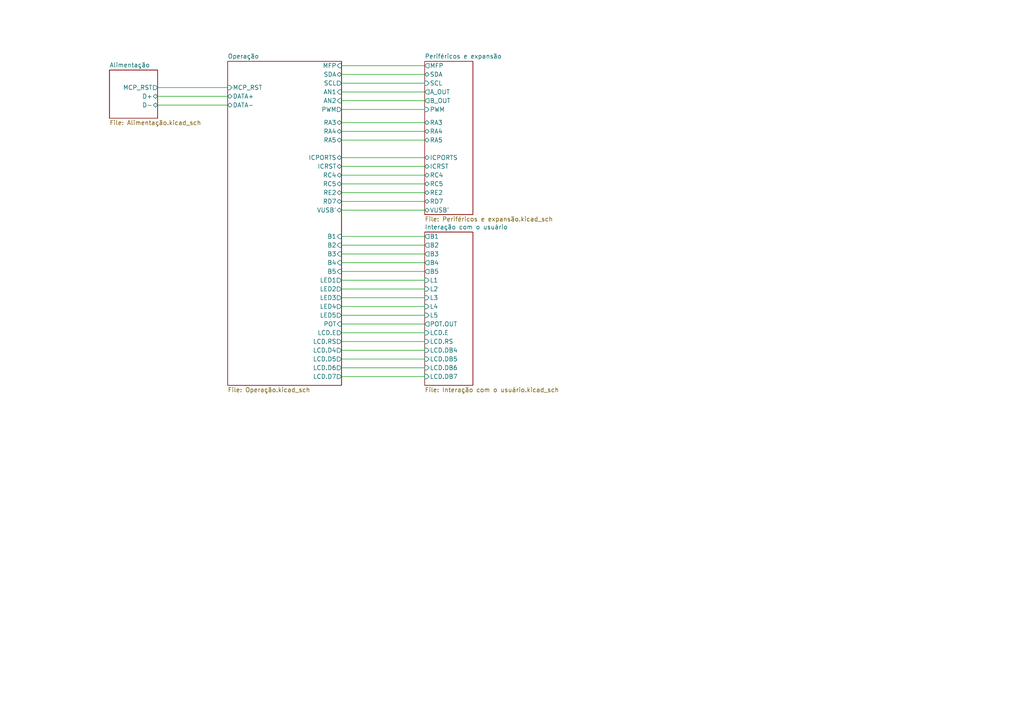
<source format=kicad_sch>
(kicad_sch (version 20211123) (generator eeschema)

  (uuid c3c499b1-9227-4e4b-9982-f9f1aa6203b9)

  (paper "A4")

  (lib_symbols
  )


  (wire (pts (xy 99.06 106.68) (xy 123.19 106.68))
    (stroke (width 0) (type default) (color 0 0 0 0))
    (uuid 04cf2f2c-74bf-400d-b4f6-201720df00ed)
  )
  (wire (pts (xy 66.04 27.94) (xy 45.72 27.94))
    (stroke (width 0) (type default) (color 0 0 0 0))
    (uuid 076046ab-4b56-4060-b8d9-0d80806d0277)
  )
  (wire (pts (xy 45.72 30.48) (xy 66.04 30.48))
    (stroke (width 0) (type default) (color 0 0 0 0))
    (uuid 1171ce37-6ad7-4662-bb68-5592c945ebf3)
  )
  (wire (pts (xy 123.19 40.64) (xy 99.06 40.64))
    (stroke (width 0) (type default) (color 0 0 0 0))
    (uuid 18c61c95-8af1-4986-b67e-c7af9c15ab6b)
  )
  (wire (pts (xy 123.19 109.22) (xy 99.06 109.22))
    (stroke (width 0) (type default) (color 0 0 0 0))
    (uuid 1bdd5841-68b7-42e2-9447-cbdb608d8a08)
  )
  (wire (pts (xy 123.19 55.88) (xy 99.06 55.88))
    (stroke (width 0) (type default) (color 0 0 0 0))
    (uuid 2035ea48-3ef5-4d7f-8c3c-50981b30c89a)
  )
  (wire (pts (xy 99.06 101.6) (xy 123.19 101.6))
    (stroke (width 0) (type default) (color 0 0 0 0))
    (uuid 2878a73c-5447-4cd9-8194-14f52ab9459c)
  )
  (wire (pts (xy 99.06 50.8) (xy 123.19 50.8))
    (stroke (width 0) (type default) (color 0 0 0 0))
    (uuid 2e90e294-82e1-45da-9bf1-b91dfe0dc8f6)
  )
  (wire (pts (xy 99.06 78.74) (xy 123.19 78.74))
    (stroke (width 0) (type default) (color 0 0 0 0))
    (uuid 3b686d17-1000-4762-ba31-589d599a3edf)
  )
  (wire (pts (xy 99.06 99.06) (xy 123.19 99.06))
    (stroke (width 0) (type default) (color 0 0 0 0))
    (uuid 44646447-0a8e-4aec-a74e-22bf765d0f33)
  )
  (wire (pts (xy 99.06 38.1) (xy 123.19 38.1))
    (stroke (width 0) (type default) (color 0 0 0 0))
    (uuid 4e27930e-1827-4788-aa6b-487321d46602)
  )
  (wire (pts (xy 123.19 88.9) (xy 99.06 88.9))
    (stroke (width 0) (type default) (color 0 0 0 0))
    (uuid 5701b80f-f006-4814-81c9-0c7f006088a9)
  )
  (wire (pts (xy 123.19 26.67) (xy 99.06 26.67))
    (stroke (width 0) (type default) (color 0 0 0 0))
    (uuid 593b8647-0095-46cc-ba23-3cf2a86edb5e)
  )
  (wire (pts (xy 99.06 29.21) (xy 123.19 29.21))
    (stroke (width 0) (type default) (color 0 0 0 0))
    (uuid 60aa0ce8-9d0e-48ca-bbf9-866403979e9b)
  )
  (wire (pts (xy 99.06 91.44) (xy 123.19 91.44))
    (stroke (width 0) (type default) (color 0 0 0 0))
    (uuid 63c56ea4-91a3-4172-b9de-a4388cc8f894)
  )
  (wire (pts (xy 99.06 83.82) (xy 123.19 83.82))
    (stroke (width 0) (type default) (color 0 0 0 0))
    (uuid 66bc2bca-dab7-4947-a0ff-403cdaf9fb89)
  )
  (wire (pts (xy 99.06 58.42) (xy 123.19 58.42))
    (stroke (width 0) (type default) (color 0 0 0 0))
    (uuid 7a2f50f6-0c99-4e8d-9c2a-8f2f961d2e6d)
  )
  (wire (pts (xy 123.19 21.59) (xy 99.06 21.59))
    (stroke (width 0) (type default) (color 0 0 0 0))
    (uuid 7a74c4b1-6243-4a12-85a2-bc41d346e7aa)
  )
  (wire (pts (xy 99.06 48.26) (xy 123.19 48.26))
    (stroke (width 0) (type default) (color 0 0 0 0))
    (uuid 7e1217ba-8a3d-4079-8d7b-b45f90cfbf53)
  )
  (wire (pts (xy 99.06 35.56) (xy 123.19 35.56))
    (stroke (width 0) (type default) (color 0 0 0 0))
    (uuid 8cd050d6-228c-4da0-9533-b4f8d14cfb34)
  )
  (wire (pts (xy 123.19 81.28) (xy 99.06 81.28))
    (stroke (width 0) (type default) (color 0 0 0 0))
    (uuid 9286cf02-1563-41d2-9931-c192c33bab31)
  )
  (wire (pts (xy 123.19 104.14) (xy 99.06 104.14))
    (stroke (width 0) (type default) (color 0 0 0 0))
    (uuid 955cc99e-a129-42cf-abc7-aa99813fdb5f)
  )
  (wire (pts (xy 99.06 68.58) (xy 123.19 68.58))
    (stroke (width 0) (type default) (color 0 0 0 0))
    (uuid 9565d2ee-a4f1-4d08-b2c9-0264233a0d2b)
  )
  (wire (pts (xy 99.06 86.36) (xy 123.19 86.36))
    (stroke (width 0) (type default) (color 0 0 0 0))
    (uuid 9b6bb172-1ac4-440a-ac75-c1917d9d59c7)
  )
  (wire (pts (xy 123.19 45.72) (xy 99.06 45.72))
    (stroke (width 0) (type default) (color 0 0 0 0))
    (uuid a5be2cb8-c68d-4180-8412-69a6b4c5b1d4)
  )
  (wire (pts (xy 99.06 60.96) (xy 123.19 60.96))
    (stroke (width 0) (type default) (color 0 0 0 0))
    (uuid ae0e6b31-27d7-4383-a4fc-7557b0a19382)
  )
  (wire (pts (xy 66.04 25.4) (xy 45.72 25.4))
    (stroke (width 0) (type default) (color 0 0 0 0))
    (uuid aeb03be9-98f0-43f6-9432-1bb35aa04bab)
  )
  (wire (pts (xy 123.19 71.12) (xy 99.06 71.12))
    (stroke (width 0) (type default) (color 0 0 0 0))
    (uuid b287f145-851e-45cc-b200-e62677b551d5)
  )
  (wire (pts (xy 99.06 53.34) (xy 123.19 53.34))
    (stroke (width 0) (type default) (color 0 0 0 0))
    (uuid ba6fc20e-7eff-4d5f-81e4-d1fad93be155)
  )
  (wire (pts (xy 123.19 31.75) (xy 99.06 31.75))
    (stroke (width 0) (type default) (color 0 0 0 0))
    (uuid bde95c06-433a-4c03-bc48-e3abcdb4e054)
  )
  (wire (pts (xy 123.19 93.98) (xy 99.06 93.98))
    (stroke (width 0) (type default) (color 0 0 0 0))
    (uuid c25449d6-d734-4953-b762-98f82a830248)
  )
  (wire (pts (xy 123.19 76.2) (xy 99.06 76.2))
    (stroke (width 0) (type default) (color 0 0 0 0))
    (uuid cebb9021-66d3-4116-98d4-5e6f3c1552be)
  )
  (wire (pts (xy 99.06 73.66) (xy 123.19 73.66))
    (stroke (width 0) (type default) (color 0 0 0 0))
    (uuid d1eca865-05c5-48a4-96cf-ed5f8a640e25)
  )
  (wire (pts (xy 99.06 96.52) (xy 123.19 96.52))
    (stroke (width 0) (type default) (color 0 0 0 0))
    (uuid d7e4abd8-69f5-4706-b12e-898194e5bf56)
  )
  (wire (pts (xy 99.06 24.13) (xy 123.19 24.13))
    (stroke (width 0) (type default) (color 0 0 0 0))
    (uuid ed8a7f02-cf05-41d0-97b4-4388ef205e73)
  )
  (wire (pts (xy 99.06 19.05) (xy 123.19 19.05))
    (stroke (width 0) (type default) (color 0 0 0 0))
    (uuid f1e619ac-5067-41df-8384-776ec70a6093)
  )

  (sheet (at 31.75 20.32) (size 13.97 13.97) (fields_autoplaced)
    (stroke (width 0) (type solid) (color 0 0 0 0))
    (fill (color 0 0 0 0.0000))
    (uuid 00000000-0000-0000-0000-000060abfecb)
    (property "Sheet name" "Alimentação" (id 0) (at 31.75 19.6084 0)
      (effects (font (size 1.27 1.27)) (justify left bottom))
    )
    (property "Sheet file" "Alimentação.kicad_sch" (id 1) (at 31.75 34.8746 0)
      (effects (font (size 1.27 1.27)) (justify left top))
    )
    (pin "D+" bidirectional (at 45.72 27.94 0)
      (effects (font (size 1.27 1.27)) (justify right))
      (uuid c514e30c-e48e-4ca5-ab44-8b3afedef1f2)
    )
    (pin "D-" bidirectional (at 45.72 30.48 0)
      (effects (font (size 1.27 1.27)) (justify right))
      (uuid 196a8dd5-5fd6-4c7f-ae4a-0104bd82e61b)
    )
    (pin "MCP_RST" output (at 45.72 25.4 0)
      (effects (font (size 1.27 1.27)) (justify right))
      (uuid b0271cdd-de22-4bf4-8f55-fc137cfbd4ec)
    )
  )

  (sheet (at 66.04 17.78) (size 33.02 93.98) (fields_autoplaced)
    (stroke (width 0) (type solid) (color 0 0 0 0))
    (fill (color 0 0 0 0.0000))
    (uuid 00000000-0000-0000-0000-000060ad1c83)
    (property "Sheet name" "Operação" (id 0) (at 66.04 17.0684 0)
      (effects (font (size 1.27 1.27)) (justify left bottom))
    )
    (property "Sheet file" "Operação.kicad_sch" (id 1) (at 66.04 112.3446 0)
      (effects (font (size 1.27 1.27)) (justify left top))
    )
    (pin "DATA+" bidirectional (at 66.04 27.94 180)
      (effects (font (size 1.27 1.27)) (justify left))
      (uuid 3326423d-8df7-4a7e-a354-349430b8fbd7)
    )
    (pin "DATA-" bidirectional (at 66.04 30.48 180)
      (effects (font (size 1.27 1.27)) (justify left))
      (uuid 4d4fecdd-be4a-47e9-9085-2268d5852d8f)
    )
    (pin "RA5" bidirectional (at 99.06 40.64 0)
      (effects (font (size 1.27 1.27)) (justify right))
      (uuid 8458d41c-5d62-455d-b6e1-9f718c0faac9)
    )
    (pin "RA3" bidirectional (at 99.06 35.56 0)
      (effects (font (size 1.27 1.27)) (justify right))
      (uuid 8de2d84c-ff45-4d4f-bc49-c166f6ae6b91)
    )
    (pin "RA4" bidirectional (at 99.06 38.1 0)
      (effects (font (size 1.27 1.27)) (justify right))
      (uuid 935057d5-6882-4c15-9a35-54677912ba12)
    )
    (pin "ICPORTS" bidirectional (at 99.06 45.72 0)
      (effects (font (size 1.27 1.27)) (justify right))
      (uuid e091e263-c616-48ef-a460-465c70218987)
    )
    (pin "ICRST" bidirectional (at 99.06 48.26 0)
      (effects (font (size 1.27 1.27)) (justify right))
      (uuid 71c6e723-673c-45a9-a0e4-9742220c52a3)
    )
    (pin "RE2" bidirectional (at 99.06 55.88 0)
      (effects (font (size 1.27 1.27)) (justify right))
      (uuid b4833916-7a3e-4498-86fb-ec6d13262ffe)
    )
    (pin "RC5" bidirectional (at 99.06 53.34 0)
      (effects (font (size 1.27 1.27)) (justify right))
      (uuid cc48dd41-7768-48d3-b096-2c4cc2126c9d)
    )
    (pin "RC4" bidirectional (at 99.06 50.8 0)
      (effects (font (size 1.27 1.27)) (justify right))
      (uuid 4185c36c-c66e-4dbd-be5d-841e551f4885)
    )
    (pin "RD7" bidirectional (at 99.06 58.42 0)
      (effects (font (size 1.27 1.27)) (justify right))
      (uuid a8b4bc7e-da32-4fb8-b71a-d7b47c6f741f)
    )
    (pin "VUSB'" bidirectional (at 99.06 60.96 0)
      (effects (font (size 1.27 1.27)) (justify right))
      (uuid 0fd35a3e-b394-4aae-875a-fac843f9cbb7)
    )
    (pin "MFP" input (at 99.06 19.05 0)
      (effects (font (size 1.27 1.27)) (justify right))
      (uuid c088f712-1abe-4cac-9a8b-d564931395aa)
    )
    (pin "AN1" input (at 99.06 26.67 0)
      (effects (font (size 1.27 1.27)) (justify right))
      (uuid ea6fde00-59dc-4a79-a647-7e38199fae0e)
    )
    (pin "AN2" input (at 99.06 29.21 0)
      (effects (font (size 1.27 1.27)) (justify right))
      (uuid f73b5500-6337-4860-a114-6e307f65ec9f)
    )
    (pin "PWM" output (at 99.06 31.75 0)
      (effects (font (size 1.27 1.27)) (justify right))
      (uuid d3d57924-54a6-421d-a3a0-a044fc909e88)
    )
    (pin "B1" input (at 99.06 68.58 0)
      (effects (font (size 1.27 1.27)) (justify right))
      (uuid eab9c52c-3aa0-43a7-bc7f-7e234ff1e9f4)
    )
    (pin "B2" input (at 99.06 71.12 0)
      (effects (font (size 1.27 1.27)) (justify right))
      (uuid 3e915099-a18e-49f4-89bb-abe64c2dade5)
    )
    (pin "B3" input (at 99.06 73.66 0)
      (effects (font (size 1.27 1.27)) (justify right))
      (uuid 30317bf0-88bb-49e7-bf8b-9f3883982225)
    )
    (pin "B4" input (at 99.06 76.2 0)
      (effects (font (size 1.27 1.27)) (justify right))
      (uuid f959907b-1cef-4760-b043-4260a660a2ae)
    )
    (pin "B5" input (at 99.06 78.74 0)
      (effects (font (size 1.27 1.27)) (justify right))
      (uuid cb721686-5255-4788-a3b0-ce4312e32eb7)
    )
    (pin "LED2" output (at 99.06 83.82 0)
      (effects (font (size 1.27 1.27)) (justify right))
      (uuid d4db7f11-8cfe-40d2-b021-b36f05241701)
    )
    (pin "LED1" output (at 99.06 81.28 0)
      (effects (font (size 1.27 1.27)) (justify right))
      (uuid faa1812c-fdf3-47ae-9cf4-ae06a263bfbd)
    )
    (pin "LED3" output (at 99.06 86.36 0)
      (effects (font (size 1.27 1.27)) (justify right))
      (uuid 88cb65f4-7e9e-44eb-8692-3b6e2e788a94)
    )
    (pin "LED4" output (at 99.06 88.9 0)
      (effects (font (size 1.27 1.27)) (justify right))
      (uuid e5b328f6-dc69-4905-ae98-2dc3200a51d6)
    )
    (pin "LED5" output (at 99.06 91.44 0)
      (effects (font (size 1.27 1.27)) (justify right))
      (uuid 1f9ae101-c652-4998-a503-17aedf3d5746)
    )
    (pin "LCD.D5" output (at 99.06 104.14 0)
      (effects (font (size 1.27 1.27)) (justify right))
      (uuid 5c30b9b4-3014-4f50-9329-27a539b67e01)
    )
    (pin "LCD.D6" output (at 99.06 106.68 0)
      (effects (font (size 1.27 1.27)) (justify right))
      (uuid 9a2d648d-863a-4b7b-80f9-d537185c212b)
    )
    (pin "LCD.D7" output (at 99.06 109.22 0)
      (effects (font (size 1.27 1.27)) (justify right))
      (uuid c4cab9c5-d6e5-4660-b910-603a51b56783)
    )
    (pin "POT" input (at 99.06 93.98 0)
      (effects (font (size 1.27 1.27)) (justify right))
      (uuid 6ffdf05e-e119-49f9-85e9-13e4901df42a)
    )
    (pin "LCD.D4" output (at 99.06 101.6 0)
      (effects (font (size 1.27 1.27)) (justify right))
      (uuid 4c843bdb-6c9e-40dd-85e2-0567846e18ba)
    )
    (pin "LCD.E" output (at 99.06 96.52 0)
      (effects (font (size 1.27 1.27)) (justify right))
      (uuid 72b36951-3ec7-4569-9c88-cf9b4afe1cae)
    )
    (pin "LCD.RS" output (at 99.06 99.06 0)
      (effects (font (size 1.27 1.27)) (justify right))
      (uuid eb8d02e9-145c-465d-b6a8-bae84d47a94b)
    )
    (pin "SDA" bidirectional (at 99.06 21.59 0)
      (effects (font (size 1.27 1.27)) (justify right))
      (uuid 29bb7297-26fb-4776-9266-2355d022bab0)
    )
    (pin "SCL" output (at 99.06 24.13 0)
      (effects (font (size 1.27 1.27)) (justify right))
      (uuid cb6062da-8dcd-4826-92fd-4071e9e97213)
    )
    (pin "MCP_RST" input (at 66.04 25.4 180)
      (effects (font (size 1.27 1.27)) (justify left))
      (uuid 36d783e7-096f-4c97-9672-7e08c083b87b)
    )
  )

  (sheet (at 123.19 67.31) (size 13.97 44.45) (fields_autoplaced)
    (stroke (width 0) (type solid) (color 0 0 0 0))
    (fill (color 0 0 0 0.0000))
    (uuid 00000000-0000-0000-0000-000060af819e)
    (property "Sheet name" "Interação com o usuário" (id 0) (at 123.19 66.5984 0)
      (effects (font (size 1.27 1.27)) (justify left bottom))
    )
    (property "Sheet file" "Interação com o usuário.kicad_sch" (id 1) (at 123.19 112.3446 0)
      (effects (font (size 1.27 1.27)) (justify left top))
    )
    (pin "L1" input (at 123.19 81.28 180)
      (effects (font (size 1.27 1.27)) (justify left))
      (uuid 57276367-9ce4-4738-88d7-6e8cb94c966c)
    )
    (pin "L2" input (at 123.19 83.82 180)
      (effects (font (size 1.27 1.27)) (justify left))
      (uuid e5217a0c-7f55-4c30-adda-7f8d95709d1b)
    )
    (pin "L3" input (at 123.19 86.36 180)
      (effects (font (size 1.27 1.27)) (justify left))
      (uuid 5b0a5a46-7b51-4262-a80e-d33dd1806615)
    )
    (pin "L4" input (at 123.19 88.9 180)
      (effects (font (size 1.27 1.27)) (justify left))
      (uuid 30c33e3e-fb78-498d-bffe-76273d527004)
    )
    (pin "L5" input (at 123.19 91.44 180)
      (effects (font (size 1.27 1.27)) (justify left))
      (uuid c3b3d7f4-943f-4cff-b180-87ef3e1bcbff)
    )
    (pin "LCD.E" input (at 123.19 96.52 180)
      (effects (font (size 1.27 1.27)) (justify left))
      (uuid f64497d1-1d62-44a4-8e5e-6fba4ebc969a)
    )
    (pin "LCD.RS" input (at 123.19 99.06 180)
      (effects (font (size 1.27 1.27)) (justify left))
      (uuid 42ff012d-5eb7-42b9-bb45-415cf26799c6)
    )
    (pin "LCD.DB4" input (at 123.19 101.6 180)
      (effects (font (size 1.27 1.27)) (justify left))
      (uuid 3f8a5430-68a9-4732-9b89-4e00dd8ae219)
    )
    (pin "LCD.DB5" input (at 123.19 104.14 180)
      (effects (font (size 1.27 1.27)) (justify left))
      (uuid 96de0051-7945-413a-9219-1ab367546962)
    )
    (pin "LCD.DB6" input (at 123.19 106.68 180)
      (effects (font (size 1.27 1.27)) (justify left))
      (uuid 2db910a0-b943-40b4-b81f-068ba5265f56)
    )
    (pin "LCD.DB7" input (at 123.19 109.22 180)
      (effects (font (size 1.27 1.27)) (justify left))
      (uuid f8bd6470-fafd-47f2-8ed5-9449988187ce)
    )
    (pin "B1" output (at 123.19 68.58 180)
      (effects (font (size 1.27 1.27)) (justify left))
      (uuid 22bb6c80-05a9-4d89-98b0-f4c23fe6c1ce)
    )
    (pin "B2" output (at 123.19 71.12 180)
      (effects (font (size 1.27 1.27)) (justify left))
      (uuid 802c2dc3-ca9f-491e-9d66-7893e89ac34c)
    )
    (pin "B3" output (at 123.19 73.66 180)
      (effects (font (size 1.27 1.27)) (justify left))
      (uuid eed466bf-cd88-4860-9abf-41a594ca08bd)
    )
    (pin "B4" output (at 123.19 76.2 180)
      (effects (font (size 1.27 1.27)) (justify left))
      (uuid 72508b1f-1505-46cb-9d37-2081c5a12aca)
    )
    (pin "B5" output (at 123.19 78.74 180)
      (effects (font (size 1.27 1.27)) (justify left))
      (uuid 011ee658-718d-416a-85fd-961729cd1ee5)
    )
    (pin "POT.OUT" output (at 123.19 93.98 180)
      (effects (font (size 1.27 1.27)) (justify left))
      (uuid 7d76d925-f900-42af-a03f-bb32d2381b09)
    )
  )

  (sheet (at 123.19 17.78) (size 13.97 44.45) (fields_autoplaced)
    (stroke (width 0) (type solid) (color 0 0 0 0))
    (fill (color 0 0 0 0.0000))
    (uuid 00000000-0000-0000-0000-000060b55606)
    (property "Sheet name" "Periféricos e expansão" (id 0) (at 123.19 17.0684 0)
      (effects (font (size 1.27 1.27)) (justify left bottom))
    )
    (property "Sheet file" "Periféricos e expansão.kicad_sch" (id 1) (at 123.19 62.8146 0)
      (effects (font (size 1.27 1.27)) (justify left top))
    )
    (pin "SCL" input (at 123.19 24.13 180)
      (effects (font (size 1.27 1.27)) (justify left))
      (uuid e4e20505-1208-4100-a4aa-676f50844c06)
    )
    (pin "A_OUT" output (at 123.19 26.67 180)
      (effects (font (size 1.27 1.27)) (justify left))
      (uuid 79770cd5-32d7-429a-8248-0d9e6212231a)
    )
    (pin "B_OUT" output (at 123.19 29.21 180)
      (effects (font (size 1.27 1.27)) (justify left))
      (uuid 99332785-d9f1-4363-9377-26ddc18e6d2c)
    )
    (pin "PWM" input (at 123.19 31.75 180)
      (effects (font (size 1.27 1.27)) (justify left))
      (uuid 1fbb0219-551e-409b-a61b-76e8cebdfb9d)
    )
    (pin "MFP" output (at 123.19 19.05 180)
      (effects (font (size 1.27 1.27)) (justify left))
      (uuid 7bfba61b-6752-4a45-9ee6-5984dcb15041)
    )
    (pin "SDA" bidirectional (at 123.19 21.59 180)
      (effects (font (size 1.27 1.27)) (justify left))
      (uuid 99dfa524-0366-4808-b4e8-328fc38e8656)
    )
    (pin "RA3" bidirectional (at 123.19 35.56 180)
      (effects (font (size 1.27 1.27)) (justify left))
      (uuid 54212c01-b363-47b8-a145-45c40df316f4)
    )
    (pin "RA4" bidirectional (at 123.19 38.1 180)
      (effects (font (size 1.27 1.27)) (justify left))
      (uuid 180245d9-4a3f-4d1b-adcc-b4eafac722e0)
    )
    (pin "RA5" bidirectional (at 123.19 40.64 180)
      (effects (font (size 1.27 1.27)) (justify left))
      (uuid f8f3a9fc-1e34-4573-a767-508104e8d242)
    )
    (pin "ICPORTS" bidirectional (at 123.19 45.72 180)
      (effects (font (size 1.27 1.27)) (justify left))
      (uuid 28e37b45-f843-47c2-85c9-ca19f5430ece)
    )
    (pin "ICRST" bidirectional (at 123.19 48.26 180)
      (effects (font (size 1.27 1.27)) (justify left))
      (uuid 88610282-a92d-4c3d-917a-ea95d59e0759)
    )
    (pin "RC4" bidirectional (at 123.19 50.8 180)
      (effects (font (size 1.27 1.27)) (justify left))
      (uuid 98914cc3-56fe-40bb-820a-3d157225c145)
    )
    (pin "RC5" bidirectional (at 123.19 53.34 180)
      (effects (font (size 1.27 1.27)) (justify left))
      (uuid 3c5e5ea9-793d-46e3-86bc-5884c4490dc7)
    )
    (pin "RE2" bidirectional (at 123.19 55.88 180)
      (effects (font (size 1.27 1.27)) (justify left))
      (uuid 9dcdc92b-2219-4a4a-8954-45f02cc3ab25)
    )
    (pin "RD7" bidirectional (at 123.19 58.42 180)
      (effects (font (size 1.27 1.27)) (justify left))
      (uuid dae72997-44fc-4275-b36f-cd70bf46cfba)
    )
    (pin "VUSB'" bidirectional (at 123.19 60.96 180)
      (effects (font (size 1.27 1.27)) (justify left))
      (uuid 5d9921f1-08b3-4cc9-8cf7-e9a72ca2fdb7)
    )
  )

  (sheet_instances
    (path "/" (page "1"))
    (path "/00000000-0000-0000-0000-000060abfecb" (page "2"))
    (path "/00000000-0000-0000-0000-000060ad1c83" (page "3"))
    (path "/00000000-0000-0000-0000-000060b55606" (page "4"))
    (path "/00000000-0000-0000-0000-000060af819e" (page "5"))
  )

  (symbol_instances
    (path "/00000000-0000-0000-0000-000060ad1c83/00000000-0000-0000-0000-000060d63a30"
      (reference "#FLG0102") (unit 1) (value "PWR_FLAG") (footprint "")
    )
    (path "/00000000-0000-0000-0000-000060abfecb/00000000-0000-0000-0000-000060af518f"
      (reference "#FLG0104") (unit 1) (value "PWR_FLAG") (footprint "")
    )
    (path "/00000000-0000-0000-0000-000060abfecb/00000000-0000-0000-0000-000060db7997"
      (reference "#PWR01") (unit 1) (value "GNDREF") (footprint "")
    )
    (path "/00000000-0000-0000-0000-000060af819e/00000000-0000-0000-0000-000060e8419c"
      (reference "#PWR02") (unit 1) (value "+5V") (footprint "")
    )
    (path "/00000000-0000-0000-0000-000060af819e/00000000-0000-0000-0000-000060e84df6"
      (reference "#PWR03") (unit 1) (value "+5V") (footprint "")
    )
    (path "/00000000-0000-0000-0000-000060af819e/00000000-0000-0000-0000-000060e85f4d"
      (reference "#PWR04") (unit 1) (value "+5V") (footprint "")
    )
    (path "/00000000-0000-0000-0000-000060af819e/00000000-0000-0000-0000-000060e87f6e"
      (reference "#PWR05") (unit 1) (value "+5V") (footprint "")
    )
    (path "/00000000-0000-0000-0000-000060af819e/00000000-0000-0000-0000-000060e89e9d"
      (reference "#PWR06") (unit 1) (value "+5V") (footprint "")
    )
    (path "/00000000-0000-0000-0000-000060ad1c83/00000000-0000-0000-0000-000060eedc94"
      (reference "#PWR07") (unit 1) (value "GNDREF") (footprint "")
    )
    (path "/00000000-0000-0000-0000-000060ad1c83/00000000-0000-0000-0000-000060e8f67d"
      (reference "#PWR08") (unit 1) (value "GNDREF") (footprint "")
    )
    (path "/00000000-0000-0000-0000-000060ad1c83/00000000-0000-0000-0000-000060e988b1"
      (reference "#PWR09") (unit 1) (value "+5V") (footprint "")
    )
    (path "/00000000-0000-0000-0000-000060b55606/00000000-0000-0000-0000-000060b58033"
      (reference "#PWR0101") (unit 1) (value "+5V") (footprint "")
    )
    (path "/00000000-0000-0000-0000-000060b55606/00000000-0000-0000-0000-000060bd5e60"
      (reference "#PWR0102") (unit 1) (value "GNDREF") (footprint "")
    )
    (path "/00000000-0000-0000-0000-000060b55606/00000000-0000-0000-0000-000060b5dbfa"
      (reference "#PWR0103") (unit 1) (value "+5V") (footprint "")
    )
    (path "/00000000-0000-0000-0000-000060b55606/00000000-0000-0000-0000-000060b5e3ce"
      (reference "#PWR0104") (unit 1) (value "+5V") (footprint "")
    )
    (path "/00000000-0000-0000-0000-000060b55606/00000000-0000-0000-0000-000060b5ff5b"
      (reference "#PWR0105") (unit 1) (value "GNDREF") (footprint "")
    )
    (path "/00000000-0000-0000-0000-000060b55606/00000000-0000-0000-0000-000060bb2de3"
      (reference "#PWR0106") (unit 1) (value "GNDREF") (footprint "")
    )
    (path "/00000000-0000-0000-0000-000060b55606/00000000-0000-0000-0000-000060b66c4a"
      (reference "#PWR0107") (unit 1) (value "GNDREF") (footprint "")
    )
    (path "/00000000-0000-0000-0000-000060b55606/00000000-0000-0000-0000-000060b67adc"
      (reference "#PWR0108") (unit 1) (value "GNDREF") (footprint "")
    )
    (path "/00000000-0000-0000-0000-000060af819e/cd2ab70d-01b5-46cd-a3b0-5237caa83d7b"
      (reference "#PWR0109") (unit 1) (value "+5V") (footprint "")
    )
    (path "/00000000-0000-0000-0000-000060b55606/00000000-0000-0000-0000-000060be25e7"
      (reference "#PWR0111") (unit 1) (value "GNDREF") (footprint "")
    )
    (path "/00000000-0000-0000-0000-000060b55606/00000000-0000-0000-0000-000060b85090"
      (reference "#PWR0112") (unit 1) (value "GNDREF") (footprint "")
    )
    (path "/00000000-0000-0000-0000-000060b55606/00000000-0000-0000-0000-000060ae50ba"
      (reference "#PWR0113") (unit 1) (value "+5V") (footprint "")
    )
    (path "/00000000-0000-0000-0000-000060b55606/00000000-0000-0000-0000-000060bee1cf"
      (reference "#PWR0114") (unit 1) (value "GNDREF") (footprint "")
    )
    (path "/00000000-0000-0000-0000-000060b55606/00000000-0000-0000-0000-000060b06f18"
      (reference "#PWR0115") (unit 1) (value "GNDREF") (footprint "")
    )
    (path "/00000000-0000-0000-0000-000060b55606/00000000-0000-0000-0000-000060b17c23"
      (reference "#PWR0116") (unit 1) (value "GNDREF") (footprint "")
    )
    (path "/00000000-0000-0000-0000-000060b55606/00000000-0000-0000-0000-000060b184d0"
      (reference "#PWR0117") (unit 1) (value "+5V") (footprint "")
    )
    (path "/00000000-0000-0000-0000-000060abfecb/00000000-0000-0000-0000-000060ae99ac"
      (reference "#PWR0118") (unit 1) (value "GNDREF") (footprint "")
    )
    (path "/00000000-0000-0000-0000-000060abfecb/00000000-0000-0000-0000-000060ac5031"
      (reference "#PWR0119") (unit 1) (value "GNDREF") (footprint "")
    )
    (path "/00000000-0000-0000-0000-000060abfecb/00000000-0000-0000-0000-000060ac7eb8"
      (reference "#PWR0120") (unit 1) (value "GNDREF") (footprint "")
    )
    (path "/00000000-0000-0000-0000-000060abfecb/00000000-0000-0000-0000-000060ac8b13"
      (reference "#PWR0121") (unit 1) (value "+5V") (footprint "")
    )
    (path "/00000000-0000-0000-0000-000060abfecb/00000000-0000-0000-0000-000060ac9f44"
      (reference "#PWR0122") (unit 1) (value "+5V") (footprint "")
    )
    (path "/00000000-0000-0000-0000-000060abfecb/00000000-0000-0000-0000-000060acc75b"
      (reference "#PWR0123") (unit 1) (value "GNDREF") (footprint "")
    )
    (path "/00000000-0000-0000-0000-000060abfecb/00000000-0000-0000-0000-000060bd28bb"
      (reference "#PWR0124") (unit 1) (value "GNDREF") (footprint "")
    )
    (path "/00000000-0000-0000-0000-000060abfecb/00000000-0000-0000-0000-000060b56f8b"
      (reference "#PWR0125") (unit 1) (value "GNDREF") (footprint "")
    )
    (path "/00000000-0000-0000-0000-000060af819e/00000000-0000-0000-0000-000060affc81"
      (reference "#PWR0126") (unit 1) (value "+5V") (footprint "")
    )
    (path "/00000000-0000-0000-0000-000060af819e/00000000-0000-0000-0000-000060b0069c"
      (reference "#PWR0127") (unit 1) (value "+5V") (footprint "")
    )
    (path "/00000000-0000-0000-0000-000060af819e/00000000-0000-0000-0000-000060b00caf"
      (reference "#PWR0128") (unit 1) (value "+5V") (footprint "")
    )
    (path "/00000000-0000-0000-0000-000060af819e/00000000-0000-0000-0000-000060b0166f"
      (reference "#PWR0129") (unit 1) (value "+5V") (footprint "")
    )
    (path "/00000000-0000-0000-0000-000060af819e/00000000-0000-0000-0000-000060b01ad5"
      (reference "#PWR0130") (unit 1) (value "+5V") (footprint "")
    )
    (path "/00000000-0000-0000-0000-000060af819e/00000000-0000-0000-0000-000060bf3fcb"
      (reference "#PWR0131") (unit 1) (value "GNDREF") (footprint "")
    )
    (path "/00000000-0000-0000-0000-000060af819e/00000000-0000-0000-0000-000060bfa3e6"
      (reference "#PWR0132") (unit 1) (value "GNDREF") (footprint "")
    )
    (path "/00000000-0000-0000-0000-000060af819e/00000000-0000-0000-0000-000060b14bf3"
      (reference "#PWR0133") (unit 1) (value "GNDREF") (footprint "")
    )
    (path "/00000000-0000-0000-0000-000060af819e/00000000-0000-0000-0000-000060b1517f"
      (reference "#PWR0134") (unit 1) (value "GNDREF") (footprint "")
    )
    (path "/00000000-0000-0000-0000-000060af819e/00000000-0000-0000-0000-000060bfe2a0"
      (reference "#PWR0135") (unit 1) (value "GNDREF") (footprint "")
    )
    (path "/00000000-0000-0000-0000-000060af819e/00000000-0000-0000-0000-000060b428dc"
      (reference "#PWR0136") (unit 1) (value "+5V") (footprint "")
    )
    (path "/00000000-0000-0000-0000-000060af819e/00000000-0000-0000-0000-000060b43364"
      (reference "#PWR0137") (unit 1) (value "+5V") (footprint "")
    )
    (path "/00000000-0000-0000-0000-000060af819e/00000000-0000-0000-0000-000060b4352a"
      (reference "#PWR0138") (unit 1) (value "+5V") (footprint "")
    )
    (path "/00000000-0000-0000-0000-000060af819e/00000000-0000-0000-0000-000060b438bf"
      (reference "#PWR0139") (unit 1) (value "+5V") (footprint "")
    )
    (path "/00000000-0000-0000-0000-000060af819e/00000000-0000-0000-0000-000060b43b8a"
      (reference "#PWR0140") (unit 1) (value "+5V") (footprint "")
    )
    (path "/00000000-0000-0000-0000-000060af819e/00000000-0000-0000-0000-000060c01ceb"
      (reference "#PWR0141") (unit 1) (value "GNDREF") (footprint "")
    )
    (path "/00000000-0000-0000-0000-000060af819e/00000000-0000-0000-0000-000060b52a2d"
      (reference "#PWR0142") (unit 1) (value "+5V") (footprint "")
    )
    (path "/00000000-0000-0000-0000-000060af819e/00000000-0000-0000-0000-000060bef729"
      (reference "#PWR0143") (unit 1) (value "GNDREF") (footprint "")
    )
    (path "/00000000-0000-0000-0000-000060af819e/00000000-0000-0000-0000-000060adacbb"
      (reference "#PWR0144") (unit 1) (value "+5V") (footprint "")
    )
    (path "/00000000-0000-0000-0000-000060af819e/00000000-0000-0000-0000-000060ae33ca"
      (reference "#PWR0145") (unit 1) (value "+5V") (footprint "")
    )
    (path "/00000000-0000-0000-0000-000060af819e/00000000-0000-0000-0000-000060ae26ff"
      (reference "#PWR0146") (unit 1) (value "GNDREF") (footprint "")
    )
    (path "/00000000-0000-0000-0000-000060af819e/00000000-0000-0000-0000-000060b9d178"
      (reference "#PWR0147") (unit 1) (value "GNDREF") (footprint "")
    )
    (path "/00000000-0000-0000-0000-000060af819e/00000000-0000-0000-0000-000060ba71c6"
      (reference "#PWR0148") (unit 1) (value "GNDREF") (footprint "")
    )
    (path "/00000000-0000-0000-0000-000060af819e/00000000-0000-0000-0000-000060afb906"
      (reference "#PWR0149") (unit 1) (value "GNDREF") (footprint "")
    )
    (path "/00000000-0000-0000-0000-000060af819e/00000000-0000-0000-0000-000060bdd8c2"
      (reference "#PWR0150") (unit 1) (value "+5V") (footprint "")
    )
    (path "/00000000-0000-0000-0000-000060af819e/00000000-0000-0000-0000-000060bf7ad6"
      (reference "#PWR0151") (unit 1) (value "GNDREF") (footprint "")
    )
    (path "/00000000-0000-0000-0000-000060ad1c83/00000000-0000-0000-0000-000060ad3e0c"
      (reference "#PWR0152") (unit 1) (value "+5V") (footprint "")
    )
    (path "/00000000-0000-0000-0000-000060ad1c83/00000000-0000-0000-0000-000060ad454d"
      (reference "#PWR0153") (unit 1) (value "+5V") (footprint "")
    )
    (path "/00000000-0000-0000-0000-000060ad1c83/00000000-0000-0000-0000-000060ad65e9"
      (reference "#PWR0154") (unit 1) (value "GNDREF") (footprint "")
    )
    (path "/00000000-0000-0000-0000-000060ad1c83/00000000-0000-0000-0000-000060bde1a7"
      (reference "#PWR0155") (unit 1) (value "GNDREF") (footprint "")
    )
    (path "/00000000-0000-0000-0000-000060ad1c83/00000000-0000-0000-0000-000060ae5ded"
      (reference "#PWR0156") (unit 1) (value "GNDREF") (footprint "")
    )
    (path "/00000000-0000-0000-0000-000060ad1c83/00000000-0000-0000-0000-000060ae6c44"
      (reference "#PWR0157") (unit 1) (value "+5V") (footprint "")
    )
    (path "/00000000-0000-0000-0000-000060ad1c83/00000000-0000-0000-0000-000060af1970"
      (reference "#PWR0158") (unit 1) (value "GNDREF") (footprint "")
    )
    (path "/00000000-0000-0000-0000-000060ad1c83/00000000-0000-0000-0000-000060af6a55"
      (reference "#PWR0159") (unit 1) (value "+5V") (footprint "")
    )
    (path "/00000000-0000-0000-0000-000060ad1c83/00000000-0000-0000-0000-000060b8ed98"
      (reference "#PWR0160") (unit 1) (value "+5V") (footprint "")
    )
    (path "/00000000-0000-0000-0000-000060ad1c83/00000000-0000-0000-0000-000060b8fa09"
      (reference "#PWR0161") (unit 1) (value "GNDREF") (footprint "")
    )
    (path "/00000000-0000-0000-0000-000060ad1c83/00000000-0000-0000-0000-000060b0932c"
      (reference "#PWR0162") (unit 1) (value "+5V") (footprint "")
    )
    (path "/00000000-0000-0000-0000-000060ad1c83/00000000-0000-0000-0000-000060b01e77"
      (reference "#PWR0163") (unit 1) (value "GNDREF") (footprint "")
    )
    (path "/00000000-0000-0000-0000-000060ad1c83/00000000-0000-0000-0000-000060bc4853"
      (reference "#PWR0164") (unit 1) (value "GNDREF") (footprint "")
    )
    (path "/00000000-0000-0000-0000-000060ad1c83/00000000-0000-0000-0000-000060bd1f93"
      (reference "#PWR0165") (unit 1) (value "GNDREF") (footprint "")
    )
    (path "/00000000-0000-0000-0000-000060ad1c83/00000000-0000-0000-0000-000060d3b045"
      (reference "#PWR0166") (unit 1) (value "GNDREF") (footprint "")
    )
    (path "/00000000-0000-0000-0000-000060b55606/00000000-0000-0000-0000-000060b29cef"
      (reference "#PWR0171") (unit 1) (value "GNDREF") (footprint "")
    )
    (path "/00000000-0000-0000-0000-000060b55606/00000000-0000-0000-0000-000060b7e591"
      (reference "#PWR0172") (unit 1) (value "GNDREF") (footprint "")
    )
    (path "/00000000-0000-0000-0000-000060b55606/00000000-0000-0000-0000-000060b7e597"
      (reference "#PWR0173") (unit 1) (value "+5V") (footprint "")
    )
    (path "/00000000-0000-0000-0000-000060abfecb/00000000-0000-0000-0000-000060af4300"
      (reference "#PWR0174") (unit 1) (value "VCC") (footprint "")
    )
    (path "/00000000-0000-0000-0000-000060abfecb/00000000-0000-0000-0000-000060af4150"
      (reference "#PWR0176") (unit 1) (value "VCC") (footprint "")
    )
    (path "/00000000-0000-0000-0000-000060abfecb/00000000-0000-0000-0000-000060dbfd46"
      (reference "C1") (unit 1) (value "100n") (footprint "Capacitor_SMD:C_0805_2012Metric_Pad1.18x1.45mm_HandSolder")
    )
    (path "/00000000-0000-0000-0000-000060abfecb/00000000-0000-0000-0000-000060d4a263"
      (reference "C2") (unit 1) (value "10u") (footprint "Capacitor_Tantalum_SMD:CP_EIA-2012-15_AVX-P_Pad1.30x1.05mm_HandSolder")
    )
    (path "/00000000-0000-0000-0000-000060abfecb/00000000-0000-0000-0000-000060db6b09"
      (reference "C3") (unit 1) (value "100nF") (footprint "Capacitor_SMD:C_0805_2012Metric_Pad1.18x1.45mm_HandSolder")
    )
    (path "/00000000-0000-0000-0000-000060b55606/00000000-0000-0000-0000-000060d55eba"
      (reference "C4") (unit 1) (value "10u") (footprint "Capacitor_Tantalum_SMD:CP_EIA-2012-15_AVX-P_Pad1.30x1.05mm_HandSolder")
    )
    (path "/00000000-0000-0000-0000-000060b55606/00000000-0000-0000-0000-000060d2ddad"
      (reference "C5") (unit 1) (value "10u") (footprint "Capacitor_Tantalum_SMD:CP_EIA-2012-15_AVX-P_Pad1.30x1.05mm_HandSolder")
    )
    (path "/00000000-0000-0000-0000-000060ad1c83/00000000-0000-0000-0000-000060e8e624"
      (reference "C6") (unit 1) (value "10u") (footprint "Capacitor_Tantalum_SMD:CP_EIA-2012-15_AVX-P_Pad1.30x1.05mm_HandSolder")
    )
    (path "/00000000-0000-0000-0000-000060ad1c83/00000000-0000-0000-0000-000060d4f1cd"
      (reference "C7") (unit 1) (value "10u") (footprint "Capacitor_Tantalum_SMD:CP_EIA-2012-15_AVX-P_Pad1.30x1.05mm_HandSolder")
    )
    (path "/00000000-0000-0000-0000-000060ad1c83/00000000-0000-0000-0000-000060d37a67"
      (reference "C8") (unit 1) (value "10u") (footprint "Capacitor_Tantalum_SMD:CP_EIA-2012-15_AVX-P_Pad1.30x1.05mm_HandSolder")
    )
    (path "/00000000-0000-0000-0000-000060af819e/00000000-0000-0000-0000-000060d46d72"
      (reference "C9") (unit 1) (value "10u") (footprint "Capacitor_Tantalum_SMD:CP_EIA-2012-15_AVX-P_Pad1.30x1.05mm_HandSolder")
    )
    (path "/00000000-0000-0000-0000-000060af819e/00000000-0000-0000-0000-000060e6ae90"
      (reference "C10") (unit 1) (value "10u") (footprint "Capacitor_Tantalum_SMD:CP_EIA-2012-15_AVX-P_Pad1.30x1.05mm_HandSolder")
    )
    (path "/00000000-0000-0000-0000-000060af819e/00000000-0000-0000-0000-000060e6b7fa"
      (reference "C11") (unit 1) (value "10u") (footprint "Capacitor_Tantalum_SMD:CP_EIA-2012-15_AVX-P_Pad1.30x1.05mm_HandSolder")
    )
    (path "/00000000-0000-0000-0000-000060af819e/00000000-0000-0000-0000-000060e6cab4"
      (reference "C12") (unit 1) (value "10u") (footprint "Capacitor_Tantalum_SMD:CP_EIA-2012-15_AVX-P_Pad1.30x1.05mm_HandSolder")
    )
    (path "/00000000-0000-0000-0000-000060af819e/00000000-0000-0000-0000-000060e6d859"
      (reference "C13") (unit 1) (value "10u") (footprint "Capacitor_Tantalum_SMD:CP_EIA-2012-15_AVX-P_Pad1.30x1.05mm_HandSolder")
    )
    (path "/00000000-0000-0000-0000-000060af819e/00000000-0000-0000-0000-000060e6ff8b"
      (reference "C14") (unit 1) (value "10u") (footprint "Capacitor_Tantalum_SMD:CP_EIA-2012-15_AVX-P_Pad1.30x1.05mm_HandSolder")
    )
    (path "/00000000-0000-0000-0000-000060ad1c83/00000000-0000-0000-0000-000060ee453b"
      (reference "C15") (unit 1) (value "10u") (footprint "Capacitor_Tantalum_SMD:CP_EIA-2012-15_AVX-P_Pad1.30x1.05mm_HandSolder")
    )
    (path "/00000000-0000-0000-0000-000060b55606/00000000-0000-0000-0000-000060c197bc"
      (reference "C_PWM1") (unit 1) (value "20p") (footprint "Capacitor_SMD:C_0805_2012Metric_Pad1.18x1.45mm_HandSolder")
    )
    (path "/00000000-0000-0000-0000-000060b55606/00000000-0000-0000-0000-000060b048f8"
      (reference "C_PWM2") (unit 1) (value "39p") (footprint "Capacitor_SMD:C_0805_2012Metric_Pad1.18x1.45mm_HandSolder")
    )
    (path "/00000000-0000-0000-0000-000060b55606/00000000-0000-0000-0000-000060b65193"
      (reference "C_RTC_X1") (unit 1) (value "22pF") (footprint "Capacitor_SMD:C_0805_2012Metric_Pad1.18x1.45mm_HandSolder")
    )
    (path "/00000000-0000-0000-0000-000060b55606/00000000-0000-0000-0000-000060b65be4"
      (reference "C_RTC_X2") (unit 1) (value "22pF") (footprint "Capacitor_SMD:C_0805_2012Metric_Pad1.18x1.45mm_HandSolder")
    )
    (path "/00000000-0000-0000-0000-000060ad1c83/00000000-0000-0000-0000-000060af94ef"
      (reference "C_USB_O1") (unit 1) (value "22pF") (footprint "Capacitor_SMD:C_0805_2012Metric_Pad1.18x1.45mm_HandSolder")
    )
    (path "/00000000-0000-0000-0000-000060ad1c83/00000000-0000-0000-0000-000060afac09"
      (reference "C_USB_O2'1") (unit 1) (value "22pF") (footprint "Capacitor_SMD:C_0805_2012Metric_Pad1.18x1.45mm_HandSolder")
    )
    (path "/00000000-0000-0000-0000-000060ad1c83/00000000-0000-0000-0000-000060ae3dbc"
      (reference "C_X1") (unit 1) (value "15pF") (footprint "Capacitor_SMD:C_0805_2012Metric_Pad1.18x1.45mm_HandSolder")
    )
    (path "/00000000-0000-0000-0000-000060ad1c83/00000000-0000-0000-0000-000060ae2524"
      (reference "C_X2") (unit 1) (value "15pF") (footprint "Capacitor_SMD:C_0805_2012Metric_Pad1.18x1.45mm_HandSolder")
    )
    (path "/00000000-0000-0000-0000-000060abfecb/00000000-0000-0000-0000-000060acab67"
      (reference "DA1") (unit 1) (value "LED") (footprint "Biblioteca PCB:LTST-C150GKT")
    )
    (path "/00000000-0000-0000-0000-000060af819e/00000000-0000-0000-0000-000060b3f198"
      (reference "D_L1") (unit 1) (value "LED") (footprint "Biblioteca PCB:LTST-C150GKT")
    )
    (path "/00000000-0000-0000-0000-000060af819e/00000000-0000-0000-0000-000060b3fc90"
      (reference "D_L2") (unit 1) (value "LED") (footprint "Biblioteca PCB:LTST-C150GKT")
    )
    (path "/00000000-0000-0000-0000-000060af819e/00000000-0000-0000-0000-000060b3fe37"
      (reference "D_L3") (unit 1) (value "LED") (footprint "Biblioteca PCB:LTST-C150GKT")
    )
    (path "/00000000-0000-0000-0000-000060af819e/00000000-0000-0000-0000-000060b401c0"
      (reference "D_L4") (unit 1) (value "LED") (footprint "Biblioteca PCB:LTST-C150GKT")
    )
    (path "/00000000-0000-0000-0000-000060af819e/00000000-0000-0000-0000-000060b40627"
      (reference "D_L5") (unit 1) (value "LED") (footprint "Biblioteca PCB:LTST-C150GKT")
    )
    (path "/00000000-0000-0000-0000-000060abfecb/00000000-0000-0000-0000-000060abfec8"
      (reference "J1") (unit 1) (value "PJ-002A") (footprint "Biblioteca PCB:CUI_PJ-002A")
    )
    (path "/00000000-0000-0000-0000-000060b55606/00000000-0000-0000-0000-000060b262ae"
      (reference "J2") (unit 1) (value "Screw_Terminal_01x02") (footprint "TerminalBlock_MetzConnect:TerminalBlock_MetzConnect_Type011_RT05502HBWC_1x02_P5.00mm_Horizontal")
    )
    (path "/00000000-0000-0000-0000-000060abfecb/00000000-0000-0000-0000-000060dad8c9"
      (reference "J3") (unit 1) (value "USB_B") (footprint "Connector_USB:USB_B_Lumberg_2411_02_Horizontal")
    )
    (path "/00000000-0000-0000-0000-000060b55606/00000000-0000-0000-0000-000060e38ef9"
      (reference "J5") (unit 1) (value "Screw_Terminal_01x02") (footprint "TerminalBlock_MetzConnect:TerminalBlock_MetzConnect_Type011_RT05502HBWC_1x02_P5.00mm_Horizontal")
    )
    (path "/00000000-0000-0000-0000-000060b55606/00000000-0000-0000-0000-000060e398b8"
      (reference "J6") (unit 1) (value "Screw_Terminal_01x02") (footprint "TerminalBlock_MetzConnect:TerminalBlock_MetzConnect_Type011_RT05502HBWC_1x02_P5.00mm_Horizontal")
    )
    (path "/00000000-0000-0000-0000-000060b55606/00000000-0000-0000-0000-000060b7a2e0"
      (reference "J_EXP6") (unit 1) (value "Conn_01x12_Male") (footprint "Connector_PinHeader_1.00mm:PinHeader_1x12_P1.00mm_Vertical")
    )
    (path "/00000000-0000-0000-0000-000060ad1c83/00000000-0000-0000-0000-000061121a04"
      (reference "J_ICSP1") (unit 1) (value "Conn_01x06") (footprint "Connector_PinSocket_2.54mm:PinSocket_1x06_P2.54mm_Vertical")
    )
    (path "/00000000-0000-0000-0000-000060abfecb/00000000-0000-0000-0000-000060db27f1"
      (reference "R2") (unit 1) (value "10k") (footprint "Resistor_SMD:R_0805_2012Metric_Pad1.20x1.40mm_HandSolder")
    )
    (path "/00000000-0000-0000-0000-000060abfecb/00000000-0000-0000-0000-000060db5ded"
      (reference "R3") (unit 1) (value "470") (footprint "Resistor_SMD:R_0805_2012Metric_Pad1.20x1.40mm_HandSolder")
    )
    (path "/00000000-0000-0000-0000-000060b55606/00000000-0000-0000-0000-000060b792f9"
      (reference "R5") (unit 1) (value "10k") (footprint "Resistor_SMD:R_0805_2012Metric_Pad1.20x1.40mm_HandSolder")
    )
    (path "/00000000-0000-0000-0000-000060b55606/00000000-0000-0000-0000-000060b7ebb3"
      (reference "R6") (unit 1) (value "10k") (footprint "Resistor_SMD:R_0805_2012Metric_Pad1.20x1.40mm_HandSolder")
    )
    (path "/00000000-0000-0000-0000-000060b55606/00000000-0000-0000-0000-000060b8506f"
      (reference "R7") (unit 1) (value "10k") (footprint "Resistor_SMD:R_0805_2012Metric_Pad1.20x1.40mm_HandSolder")
    )
    (path "/00000000-0000-0000-0000-000060b55606/00000000-0000-0000-0000-000060b85082"
      (reference "R8") (unit 1) (value "10k") (footprint "Resistor_SMD:R_0805_2012Metric_Pad1.20x1.40mm_HandSolder")
    )
    (path "/00000000-0000-0000-0000-000060b55606/00000000-0000-0000-0000-000060b787f1"
      (reference "R9") (unit 1) (value "2k4") (footprint "Resistor_SMD:R_0805_2012Metric_Pad1.20x1.40mm_HandSolder")
    )
    (path "/00000000-0000-0000-0000-000060b55606/00000000-0000-0000-0000-000060b7ebad"
      (reference "R10") (unit 1) (value "2k4") (footprint "Resistor_SMD:R_0805_2012Metric_Pad1.20x1.40mm_HandSolder")
    )
    (path "/00000000-0000-0000-0000-000060b55606/00000000-0000-0000-0000-000060b85069"
      (reference "R11") (unit 1) (value "2k4") (footprint "Resistor_SMD:R_0805_2012Metric_Pad1.20x1.40mm_HandSolder")
    )
    (path "/00000000-0000-0000-0000-000060b55606/00000000-0000-0000-0000-000060b8507c"
      (reference "R12") (unit 1) (value "2k4") (footprint "Resistor_SMD:R_0805_2012Metric_Pad1.20x1.40mm_HandSolder")
    )
    (path "/00000000-0000-0000-0000-000060ad1c83/00000000-0000-0000-0000-000060ae7b4a"
      (reference "RI2C'1") (unit 1) (value "4k7") (footprint "Resistor_SMD:R_0805_2012Metric_Pad1.20x1.40mm_HandSolder")
    )
    (path "/00000000-0000-0000-0000-000060ad1c83/00000000-0000-0000-0000-000060ae7182"
      (reference "RI2C1") (unit 1) (value "4k7") (footprint "Resistor_SMD:R_0805_2012Metric_Pad1.20x1.40mm_HandSolder")
    )
    (path "/00000000-0000-0000-0000-000060af819e/00000000-0000-0000-0000-000060b10549"
      (reference "RV1") (unit 1) (value "R_POT") (footprint "Biblioteca PCB:P160KN-0QC15B100K")
    )
    (path "/00000000-0000-0000-0000-000060af819e/00000000-0000-0000-0000-000060b028c4"
      (reference "R_B1") (unit 1) (value "4k7") (footprint "Resistor_SMD:R_0805_2012Metric_Pad1.20x1.40mm_HandSolder")
    )
    (path "/00000000-0000-0000-0000-000060af819e/00000000-0000-0000-0000-000060b1427f"
      (reference "R_B2") (unit 1) (value "4k7") (footprint "Resistor_SMD:R_0805_2012Metric_Pad1.20x1.40mm_HandSolder")
    )
    (path "/00000000-0000-0000-0000-000060af819e/00000000-0000-0000-0000-000060b14bec"
      (reference "R_B3") (unit 1) (value "4k7") (footprint "Resistor_SMD:R_0805_2012Metric_Pad1.20x1.40mm_HandSolder")
    )
    (path "/00000000-0000-0000-0000-000060af819e/00000000-0000-0000-0000-000060b15178"
      (reference "R_B4") (unit 1) (value "4k7") (footprint "Resistor_SMD:R_0805_2012Metric_Pad1.20x1.40mm_HandSolder")
    )
    (path "/00000000-0000-0000-0000-000060af819e/00000000-0000-0000-0000-000060b15bf0"
      (reference "R_B5") (unit 1) (value "4k7") (footprint "Resistor_SMD:R_0805_2012Metric_Pad1.20x1.40mm_HandSolder")
    )
    (path "/00000000-0000-0000-0000-000060abfecb/00000000-0000-0000-0000-000060acbc29"
      (reference "R_DA1") (unit 1) (value "330") (footprint "Resistor_SMD:R_0805_2012Metric_Pad1.20x1.40mm_HandSolder")
    )
    (path "/00000000-0000-0000-0000-000060af819e/00000000-0000-0000-0000-000060b453bf"
      (reference "R_L1") (unit 1) (value "4k7") (footprint "Resistor_SMD:R_0805_2012Metric_Pad1.20x1.40mm_HandSolder")
    )
    (path "/00000000-0000-0000-0000-000060af819e/00000000-0000-0000-0000-000060b46cb2"
      (reference "R_L2") (unit 1) (value "4k7") (footprint "Resistor_SMD:R_0805_2012Metric_Pad1.20x1.40mm_HandSolder")
    )
    (path "/00000000-0000-0000-0000-000060af819e/00000000-0000-0000-0000-000060b47129"
      (reference "R_L3") (unit 1) (value "4k7") (footprint "Resistor_SMD:R_0805_2012Metric_Pad1.20x1.40mm_HandSolder")
    )
    (path "/00000000-0000-0000-0000-000060af819e/00000000-0000-0000-0000-000060b47471"
      (reference "R_L4") (unit 1) (value "4k7") (footprint "Resistor_SMD:R_0805_2012Metric_Pad1.20x1.40mm_HandSolder")
    )
    (path "/00000000-0000-0000-0000-000060af819e/00000000-0000-0000-0000-000060b4783c"
      (reference "R_L5") (unit 1) (value "4k7") (footprint "Resistor_SMD:R_0805_2012Metric_Pad1.20x1.40mm_HandSolder")
    )
    (path "/00000000-0000-0000-0000-000060b55606/00000000-0000-0000-0000-000060ae6f0e"
      (reference "R_PWM1") (unit 1) (value "20k") (footprint "Resistor_SMD:R_0805_2012Metric_Pad1.20x1.40mm_HandSolder")
    )
    (path "/00000000-0000-0000-0000-000060b55606/00000000-0000-0000-0000-000060afaeb1"
      (reference "R_PWM2") (unit 1) (value "20k") (footprint "Resistor_SMD:R_0805_2012Metric_Pad1.20x1.40mm_HandSolder")
    )
    (path "/00000000-0000-0000-0000-000060ad1c83/00000000-0000-0000-0000-000060af5893"
      (reference "R_RST1") (unit 1) (value "4k7") (footprint "Resistor_SMD:R_0805_2012Metric_Pad1.20x1.40mm_HandSolder")
    )
    (path "/00000000-0000-0000-0000-000060b55606/00000000-0000-0000-0000-000060b56abc"
      (reference "R_RTC_MFP5") (unit 1) (value "10k") (footprint "Resistor_SMD:R_0805_2012Metric_Pad1.20x1.40mm_HandSolder")
    )
    (path "/00000000-0000-0000-0000-000060af819e/00000000-0000-0000-0000-000060af8cc3"
      (reference "SW1") (unit 1) (value "1825910-6") (footprint "Button_Switch_THT:SW_TH_Tactile_Omron_B3F-10xx")
    )
    (path "/00000000-0000-0000-0000-000060af819e/00000000-0000-0000-0000-000060afa4d9"
      (reference "SW2") (unit 1) (value "1825910-6") (footprint "Button_Switch_THT:SW_TH_Tactile_Omron_B3F-10xx")
    )
    (path "/00000000-0000-0000-0000-000060af819e/00000000-0000-0000-0000-000060afb537"
      (reference "SW3") (unit 1) (value "1825910-6") (footprint "Button_Switch_THT:SW_TH_Tactile_Omron_B3F-10xx")
    )
    (path "/00000000-0000-0000-0000-000060af819e/00000000-0000-0000-0000-000060afd234"
      (reference "SW4") (unit 1) (value "1825910-6") (footprint "Button_Switch_THT:SW_TH_Tactile_Omron_B3F-10xx")
    )
    (path "/00000000-0000-0000-0000-000060af819e/00000000-0000-0000-0000-000060afe4fc"
      (reference "SW5") (unit 1) (value "1825910-6") (footprint "Button_Switch_THT:SW_TH_Tactile_Omron_B3F-10xx")
    )
    (path "/00000000-0000-0000-0000-000060ad1c83/00000000-0000-0000-0000-000060aee6c1"
      (reference "SW_RESET1") (unit 1) (value "1825910-6") (footprint "Button_Switch_THT:SW_TH_Tactile_Omron_B3F-10xx")
    )
    (path "/00000000-0000-0000-0000-000060abfecb/00000000-0000-0000-0000-000060ac0f5a"
      (reference "U_A1") (unit 1) (value "LD1117S50TR_SOT223") (footprint "Package_TO_SOT_SMD:SOT-223-3_TabPin2")
    )
    (path "/00000000-0000-0000-0000-000060b55606/00000000-0000-0000-0000-000060adf5d5"
      (reference "U_AMP5") (unit 1) (value "LM324DG") (footprint "Biblioteca PCB:LM324DG")
    )
    (path "/00000000-0000-0000-0000-000060af819e/00000000-0000-0000-0000-000060ad7322"
      (reference "U_LCD1") (unit 1) (value "LCD2X16") (footprint "Biblioteca PCB:JHD162A")
    )
    (path "/00000000-0000-0000-0000-000060ad1c83/00000000-0000-0000-0000-000060ad9af6"
      (reference "U_PIC18F4450") (unit 1) (value "PIC18F4550-IPT") (footprint "Package_QFP:TQFP-44_10x10mm_P0.8mm")
    )
    (path "/00000000-0000-0000-0000-000060b55606/00000000-0000-0000-0000-000060b558a0"
      (reference "U_RTC5") (unit 1) (value "MCP7940N-xSN") (footprint "Biblioteca PCB:MCP7940N")
    )
    (path "/00000000-0000-0000-0000-000060ad1c83/00000000-0000-0000-0000-000060b03651"
      (reference "U_USB_SERIAL_CONVERSOR1") (unit 1) (value "MCP2200-I-SO") (footprint "Package_SO:SOIC-20W_7.5x12.8mm_P1.27mm")
    )
    (path "/00000000-0000-0000-0000-000060af819e/00000000-0000-0000-0000-000060adc121"
      (reference "VR2") (unit 1) (value "3296W-1-103RLF") (footprint "Potentiometer_THT:Potentiometer_Bourns_3296W_Vertical")
    )
    (path "/00000000-0000-0000-0000-000060ad1c83/00000000-0000-0000-0000-000060ae0380"
      (reference "X_PIC1") (unit 1) (value "ATS20A") (footprint "Biblioteca PCB:ATS20A")
    )
    (path "/00000000-0000-0000-0000-000060b55606/00000000-0000-0000-0000-000060b62b6a"
      (reference "X_RTC5") (unit 1) (value "AB38T-32.768KHZ") (footprint "Biblioteca PCB:AB38T")
    )
    (path "/00000000-0000-0000-0000-000060ad1c83/00000000-0000-0000-0000-000060af1e7b"
      (reference "X_USB1") (unit 1) (value "ATS12A") (footprint "Biblioteca PCB:ATS12A")
    )
  )
)

</source>
